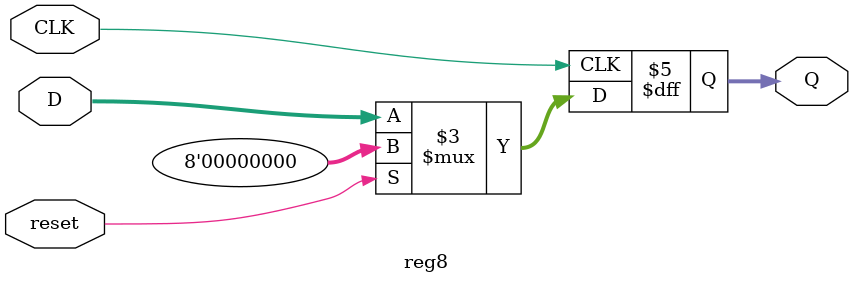
<source format=sv>
module reg8 (reset, CLK, D, Q);
	input reset;
	input CLK;
	input  [7:0]  D;
	output [7:0]  Q;
	reg [7:0] Q;
	always @(posedge CLK)
		if (reset)
			Q = 0;
		else
			Q = D;
endmodule
</source>
